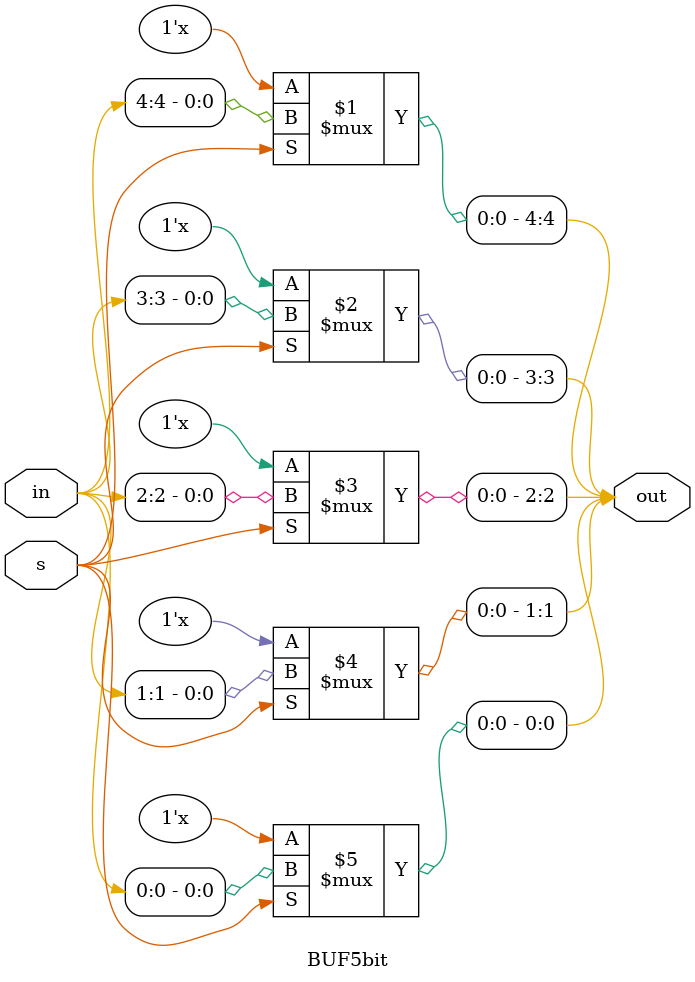
<source format=v>
module BUF5bit(out, in, s);
	output [4:0] out;
	input s;
	input [4:0] in;
	
	bufif1 (out[4], in[4], s);
	bufif1 (out[3], in[3], s);
	bufif1 (out[2], in[2], s);
	bufif1 (out[1], in[1], s);
	bufif1 (out[0], in[0], s);
endmodule

</source>
